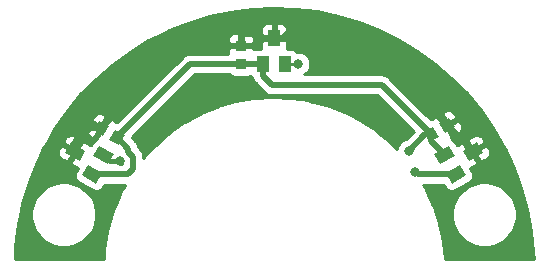
<source format=gbr>
G04 #@! TF.GenerationSoftware,KiCad,Pcbnew,5.1.5*
G04 #@! TF.CreationDate,2020-06-30T15:32:26-05:00*
G04 #@! TF.ProjectId,Encoder,456e636f-6465-4722-9e6b-696361645f70,rev?*
G04 #@! TF.SameCoordinates,Original*
G04 #@! TF.FileFunction,Copper,L1,Top*
G04 #@! TF.FilePolarity,Positive*
%FSLAX46Y46*%
G04 Gerber Fmt 4.6, Leading zero omitted, Abs format (unit mm)*
G04 Created by KiCad (PCBNEW 5.1.5) date 2020-06-30 15:32:26*
%MOMM*%
%LPD*%
G04 APERTURE LIST*
%ADD10C,0.100000*%
%ADD11R,0.970000X0.920000*%
%ADD12R,1.000000X1.400000*%
%ADD13C,0.800000*%
%ADD14C,0.500000*%
%ADD15C,0.400000*%
%ADD16C,0.250000*%
%ADD17C,0.254000*%
G04 APERTURE END LIST*
G04 #@! TA.AperFunction,SMDPad,CuDef*
D10*
G36*
X139161702Y-70542478D02*
G01*
X138676702Y-71382522D01*
X137879958Y-70922522D01*
X138364958Y-70082478D01*
X139161702Y-70542478D01*
G37*
G04 #@! TD.AperFunction*
G04 #@! TA.AperFunction,SMDPad,CuDef*
G36*
X140504042Y-71317478D02*
G01*
X140019042Y-72157522D01*
X139222298Y-71697522D01*
X139707298Y-70857478D01*
X140504042Y-71317478D01*
G37*
G04 #@! TD.AperFunction*
D11*
X150368000Y-65291000D03*
X150368000Y-63741000D03*
G04 #@! TA.AperFunction,SMDPad,CuDef*
D10*
G36*
X167647298Y-71128522D02*
G01*
X167162298Y-70288478D01*
X167959042Y-69828478D01*
X168444042Y-70668522D01*
X167647298Y-71128522D01*
G37*
G04 #@! TD.AperFunction*
G04 #@! TA.AperFunction,SMDPad,CuDef*
G36*
X166304958Y-71903522D02*
G01*
X165819958Y-71063478D01*
X166616702Y-70603478D01*
X167101702Y-71443522D01*
X166304958Y-71903522D01*
G37*
G04 #@! TD.AperFunction*
G04 #@! TA.AperFunction,SMDPad,CuDef*
G36*
X138129353Y-75414737D02*
G01*
X136916917Y-74714737D01*
X137416917Y-73848711D01*
X138629353Y-74548711D01*
X138129353Y-75414737D01*
G37*
G04 #@! TD.AperFunction*
G04 #@! TA.AperFunction,SMDPad,CuDef*
G36*
X139079353Y-73769289D02*
G01*
X137866917Y-73069289D01*
X138366917Y-72203263D01*
X139579353Y-72903263D01*
X139079353Y-73769289D01*
G37*
G04 #@! TD.AperFunction*
G04 #@! TA.AperFunction,SMDPad,CuDef*
G36*
X136697001Y-73490803D02*
G01*
X135484565Y-72790803D01*
X135984565Y-71924777D01*
X137197001Y-72624777D01*
X136697001Y-73490803D01*
G37*
G04 #@! TD.AperFunction*
D12*
X153162000Y-63119580D03*
X154112000Y-65322000D03*
X152212000Y-65322000D03*
G04 #@! TA.AperFunction,SMDPad,CuDef*
D10*
G36*
X166744647Y-72903263D02*
G01*
X167957083Y-72203263D01*
X168457083Y-73069289D01*
X167244647Y-73769289D01*
X166744647Y-72903263D01*
G37*
G04 #@! TD.AperFunction*
G04 #@! TA.AperFunction,SMDPad,CuDef*
G36*
X167694647Y-74548711D02*
G01*
X168907083Y-73848711D01*
X169407083Y-74714737D01*
X168194647Y-75414737D01*
X167694647Y-74548711D01*
G37*
G04 #@! TD.AperFunction*
G04 #@! TA.AperFunction,SMDPad,CuDef*
G36*
X169126999Y-72624777D02*
G01*
X170339435Y-71924777D01*
X170839435Y-72790803D01*
X169626999Y-73490803D01*
X169126999Y-72624777D01*
G37*
G04 #@! TD.AperFunction*
D13*
X164592000Y-72644000D03*
X162327335Y-65002665D03*
X148349000Y-63741000D03*
X140948665Y-68304665D03*
X169164000Y-71628000D03*
X150114000Y-67818000D03*
X140081000Y-73533000D03*
X155194000Y-65278000D03*
X165100000Y-74422000D03*
D14*
X166460830Y-71253500D02*
X165982500Y-71253500D01*
X165982500Y-71253500D02*
X164592000Y-72644000D01*
X150368000Y-63031000D02*
X150661000Y-62738000D01*
X150368000Y-63741000D02*
X150368000Y-63031000D01*
X150661000Y-62738000D02*
X151892000Y-62738000D01*
X152273580Y-63119580D02*
X153162000Y-63119580D01*
X151892000Y-62738000D02*
X152273580Y-63119580D01*
X137547500Y-70732500D02*
X138520830Y-70732500D01*
X136340783Y-72707790D02*
X136340783Y-71939217D01*
X136340783Y-71939217D02*
X137547500Y-70732500D01*
X169418000Y-71882000D02*
X169418000Y-72142573D01*
X168910000Y-71374000D02*
X169164000Y-71628000D01*
X167803170Y-70478500D02*
X168698670Y-71374000D01*
X169418000Y-72142573D02*
X169983217Y-72707790D01*
X168698670Y-71374000D02*
X168910000Y-71374000D01*
X145512330Y-63741000D02*
X148349000Y-63741000D01*
X138520830Y-70732500D02*
X140948665Y-68304665D01*
X154547580Y-62484000D02*
X155194000Y-62484000D01*
X153162000Y-63119580D02*
X153912000Y-63119580D01*
X153912000Y-63119580D02*
X154547580Y-62484000D01*
X159808670Y-62484000D02*
X162327335Y-65002665D01*
X155194000Y-62484000D02*
X159808670Y-62484000D01*
X162327335Y-65002665D02*
X167803170Y-70478500D01*
X148349000Y-63741000D02*
X150368000Y-63741000D01*
X140948665Y-68304665D02*
X145512330Y-63741000D01*
X169164000Y-71628000D02*
X169418000Y-71882000D01*
X152181000Y-65291000D02*
X152212000Y-65322000D01*
X150368000Y-65291000D02*
X152181000Y-65291000D01*
X140199913Y-71844243D02*
X139863170Y-71507500D01*
X137773135Y-74631724D02*
X138676554Y-74631724D01*
X166460830Y-71846241D02*
X167600865Y-72986276D01*
X166460830Y-71253500D02*
X166460830Y-71846241D01*
X146079670Y-65291000D02*
X150368000Y-65291000D01*
X139863170Y-71507500D02*
X146079670Y-65291000D01*
X162263330Y-67056000D02*
X166460830Y-71253500D01*
X152996000Y-67056000D02*
X154940000Y-67056000D01*
X152212000Y-65322000D02*
X152212000Y-66272000D01*
X152212000Y-66272000D02*
X152996000Y-67056000D01*
X154940000Y-67056000D02*
X162263330Y-67056000D01*
X140806001Y-72450331D02*
X140806001Y-72734001D01*
X139863170Y-71507500D02*
X140806001Y-72450331D01*
X140806001Y-72734001D02*
X141224000Y-73152000D01*
X141224000Y-73152000D02*
X141224000Y-74168000D01*
X140760276Y-74631724D02*
X137773135Y-74631724D01*
X141224000Y-74168000D02*
X140760276Y-74631724D01*
D15*
X139235570Y-73498711D02*
X140046711Y-73498711D01*
X138723135Y-72986276D02*
X139235570Y-73498711D01*
X140046711Y-73498711D02*
X140081000Y-73533000D01*
X140081000Y-73533000D02*
X140208000Y-73660000D01*
D16*
X154112000Y-65322000D02*
X155150000Y-65322000D01*
X155150000Y-65322000D02*
X155194000Y-65278000D01*
D14*
X168550865Y-74631724D02*
X165309724Y-74631724D01*
X165309724Y-74631724D02*
X165100000Y-74422000D01*
D16*
X165100000Y-74422000D02*
X165100000Y-74422000D01*
D17*
G36*
X154943748Y-60621914D02*
G01*
X156772377Y-60847910D01*
X158575700Y-61226130D01*
X160341058Y-61753926D01*
X162056056Y-62427592D01*
X163708660Y-63242396D01*
X165287290Y-64192634D01*
X166780869Y-65271633D01*
X168178916Y-66471823D01*
X169471645Y-67784802D01*
X170649957Y-69201332D01*
X171705616Y-70711508D01*
X172638434Y-72317168D01*
X172680140Y-72396944D01*
X173466258Y-74079306D01*
X174103860Y-75808038D01*
X174594570Y-77584064D01*
X174934940Y-79394901D01*
X175123033Y-81232199D01*
X175140561Y-81815000D01*
X167611401Y-81815000D01*
X167467493Y-80374421D01*
X167461589Y-80336303D01*
X167455850Y-80298374D01*
X167455325Y-80295862D01*
X167148859Y-78842162D01*
X167138898Y-78805001D01*
X167129071Y-78767817D01*
X167128278Y-78765377D01*
X166806107Y-77779963D01*
X168220266Y-77779963D01*
X168220266Y-78320037D01*
X168325629Y-78849734D01*
X168532307Y-79348698D01*
X168832356Y-79797753D01*
X169214247Y-80179644D01*
X169663302Y-80479693D01*
X170162266Y-80686371D01*
X170691963Y-80791734D01*
X171232037Y-80791734D01*
X171761734Y-80686371D01*
X172260698Y-80479693D01*
X172709753Y-80179644D01*
X173091644Y-79797753D01*
X173391693Y-79348698D01*
X173598371Y-78849734D01*
X173703734Y-78320037D01*
X173703734Y-77779963D01*
X173598371Y-77250266D01*
X173391693Y-76751302D01*
X173091644Y-76302247D01*
X172709753Y-75920356D01*
X172260698Y-75620307D01*
X171761734Y-75413629D01*
X171232037Y-75308266D01*
X170691963Y-75308266D01*
X170162266Y-75413629D01*
X169663302Y-75620307D01*
X169214247Y-75920356D01*
X168832356Y-76302247D01*
X168532307Y-76751302D01*
X168325629Y-77250266D01*
X168220266Y-77779963D01*
X166806107Y-77779963D01*
X166666606Y-77353278D01*
X166652631Y-77317258D01*
X166638904Y-77281505D01*
X166637852Y-77279164D01*
X166026374Y-75925185D01*
X166016047Y-75905267D01*
X166006684Y-75884909D01*
X166005483Y-75882641D01*
X165871475Y-75630609D01*
X165859899Y-75611420D01*
X165849232Y-75591686D01*
X165847887Y-75589501D01*
X165802947Y-75516724D01*
X167516747Y-75516724D01*
X167642060Y-75733773D01*
X167714919Y-75835447D01*
X167806213Y-75920953D01*
X167912435Y-75987006D01*
X168029502Y-76031067D01*
X168152915Y-76051443D01*
X168277932Y-76047350D01*
X168399748Y-76018947D01*
X168513683Y-75967324D01*
X169726119Y-75267324D01*
X169827793Y-75194465D01*
X169913299Y-75103171D01*
X169979352Y-74996949D01*
X170023413Y-74879882D01*
X170043789Y-74756469D01*
X170039696Y-74631452D01*
X170011293Y-74509636D01*
X169959670Y-74395701D01*
X169791529Y-74104473D01*
X169832101Y-74095013D01*
X169946035Y-74043389D01*
X170303250Y-73833604D01*
X170361357Y-73616747D01*
X169936732Y-72881275D01*
X169919411Y-72891275D01*
X169840314Y-72754275D01*
X170156702Y-72754275D01*
X170581327Y-73489747D01*
X170798184Y-73547854D01*
X171158471Y-73343389D01*
X171260145Y-73270531D01*
X171345652Y-73179236D01*
X171411704Y-73073014D01*
X171455765Y-72955948D01*
X171476140Y-72832535D01*
X171472048Y-72707518D01*
X171443645Y-72585701D01*
X171392021Y-72471767D01*
X171282236Y-72287757D01*
X171065379Y-72229650D01*
X170156702Y-72754275D01*
X169840314Y-72754275D01*
X169792411Y-72671305D01*
X169809732Y-72661305D01*
X169385107Y-71925833D01*
X169168250Y-71867726D01*
X168807963Y-72072191D01*
X168706289Y-72145049D01*
X168677811Y-72175455D01*
X168509670Y-71884227D01*
X168448478Y-71798833D01*
X169605077Y-71798833D01*
X170029702Y-72534305D01*
X170938379Y-72009680D01*
X170996486Y-71792823D01*
X170892021Y-71605741D01*
X170819163Y-71504067D01*
X170727868Y-71418560D01*
X170621646Y-71352508D01*
X170504580Y-71308447D01*
X170381167Y-71288072D01*
X170256150Y-71292164D01*
X170134333Y-71320567D01*
X170020399Y-71372191D01*
X169663184Y-71581976D01*
X169605077Y-71798833D01*
X168448478Y-71798833D01*
X168436811Y-71782553D01*
X168345517Y-71697047D01*
X168239295Y-71630994D01*
X168122228Y-71586933D01*
X168117106Y-71586087D01*
X168173810Y-71374467D01*
X167756685Y-70651985D01*
X167739364Y-70661985D01*
X167660267Y-70524985D01*
X167976655Y-70524985D01*
X168393780Y-71247467D01*
X168610637Y-71305573D01*
X168763078Y-71221109D01*
X168864752Y-71148250D01*
X168950259Y-71056956D01*
X169016311Y-70950734D01*
X169060372Y-70833667D01*
X169080747Y-70710255D01*
X169076655Y-70585237D01*
X169048252Y-70463421D01*
X168996628Y-70349486D01*
X168894343Y-70178467D01*
X168677486Y-70120360D01*
X167976655Y-70524985D01*
X167660267Y-70524985D01*
X167612364Y-70442015D01*
X167629685Y-70432015D01*
X167212560Y-69709533D01*
X166995703Y-69651427D01*
X166843262Y-69735891D01*
X166741588Y-69808750D01*
X166656081Y-69900044D01*
X166613676Y-69968237D01*
X166533417Y-69970865D01*
X166449370Y-69990462D01*
X166041441Y-69582533D01*
X167432530Y-69582533D01*
X167849655Y-70305015D01*
X168550486Y-69900390D01*
X168608593Y-69683533D01*
X168511628Y-69509442D01*
X168438770Y-69407767D01*
X168347475Y-69322261D01*
X168241253Y-69256208D01*
X168124187Y-69212148D01*
X168000774Y-69191772D01*
X167875757Y-69195864D01*
X167753940Y-69224268D01*
X167640006Y-69275891D01*
X167490637Y-69365677D01*
X167432530Y-69582533D01*
X166041441Y-69582533D01*
X162919864Y-66460956D01*
X162892147Y-66427183D01*
X162757389Y-66316589D01*
X162603643Y-66234411D01*
X162436820Y-66183805D01*
X162306807Y-66171000D01*
X162306799Y-66171000D01*
X162263330Y-66166719D01*
X162219861Y-66171000D01*
X155720481Y-66171000D01*
X155853774Y-66081937D01*
X155997937Y-65937774D01*
X156111205Y-65768256D01*
X156189226Y-65579898D01*
X156229000Y-65379939D01*
X156229000Y-65176061D01*
X156189226Y-64976102D01*
X156111205Y-64787744D01*
X155997937Y-64618226D01*
X155853774Y-64474063D01*
X155684256Y-64360795D01*
X155495898Y-64282774D01*
X155295939Y-64243000D01*
X155122426Y-64243000D01*
X155063185Y-64170815D01*
X154966494Y-64091463D01*
X154856180Y-64032498D01*
X154736482Y-63996188D01*
X154612000Y-63983928D01*
X154275719Y-63983928D01*
X154287812Y-63944062D01*
X154300072Y-63819580D01*
X154297000Y-63405330D01*
X154138250Y-63246580D01*
X153289000Y-63246580D01*
X153289000Y-63266580D01*
X153035000Y-63266580D01*
X153035000Y-63246580D01*
X152185750Y-63246580D01*
X152027000Y-63405330D01*
X152023928Y-63819580D01*
X152036188Y-63944062D01*
X152048281Y-63983928D01*
X151712000Y-63983928D01*
X151587518Y-63996188D01*
X151487713Y-64026463D01*
X151329250Y-63868000D01*
X150495000Y-63868000D01*
X150495000Y-63888000D01*
X150241000Y-63888000D01*
X150241000Y-63868000D01*
X149406750Y-63868000D01*
X149248000Y-64026750D01*
X149244928Y-64201000D01*
X149257188Y-64325482D01*
X149281613Y-64406000D01*
X146123139Y-64406000D01*
X146079670Y-64401719D01*
X146036201Y-64406000D01*
X146036193Y-64406000D01*
X145906180Y-64418805D01*
X145739356Y-64469411D01*
X145585611Y-64551589D01*
X145484623Y-64634468D01*
X145484621Y-64634470D01*
X145450853Y-64662183D01*
X145423140Y-64695951D01*
X139874630Y-70244462D01*
X139790583Y-70224865D01*
X139710324Y-70222237D01*
X139667919Y-70154044D01*
X139582412Y-70062750D01*
X139480738Y-69989891D01*
X139328297Y-69905427D01*
X139111440Y-69963533D01*
X138694315Y-70686015D01*
X138711636Y-70696015D01*
X138584636Y-70915985D01*
X138567315Y-70905985D01*
X138166506Y-71600206D01*
X138084705Y-71630994D01*
X137978483Y-71697047D01*
X137887189Y-71782553D01*
X137814330Y-71884227D01*
X137646189Y-72175455D01*
X137617711Y-72145049D01*
X137516037Y-72072191D01*
X137155750Y-71867726D01*
X136938893Y-71925833D01*
X136514268Y-72661305D01*
X136531589Y-72671305D01*
X136404589Y-72891275D01*
X136387268Y-72881275D01*
X135962643Y-73616747D01*
X136020750Y-73833604D01*
X136377965Y-74043389D01*
X136491899Y-74095013D01*
X136532471Y-74104473D01*
X136364330Y-74395701D01*
X136312707Y-74509636D01*
X136284304Y-74631452D01*
X136280211Y-74756469D01*
X136300587Y-74879882D01*
X136344648Y-74996949D01*
X136410701Y-75103171D01*
X136496207Y-75194465D01*
X136597881Y-75267324D01*
X137810317Y-75967324D01*
X137924252Y-76018947D01*
X138046068Y-76047350D01*
X138171085Y-76051443D01*
X138294498Y-76031067D01*
X138411565Y-75987006D01*
X138517787Y-75920953D01*
X138609081Y-75835447D01*
X138681940Y-75733773D01*
X138807253Y-75516724D01*
X140533284Y-75516724D01*
X140334216Y-75854611D01*
X140321818Y-75878524D01*
X140308578Y-75902018D01*
X140307446Y-75904321D01*
X140032732Y-76465024D01*
X140022201Y-76489830D01*
X140010809Y-76514259D01*
X140009857Y-76516642D01*
X139460541Y-77897011D01*
X139448259Y-77933506D01*
X139435874Y-77969884D01*
X139435184Y-77972355D01*
X139038162Y-79403976D01*
X139029920Y-79441462D01*
X139021510Y-79479085D01*
X139021091Y-79481617D01*
X138781003Y-80947742D01*
X138776853Y-80985940D01*
X138772560Y-81024211D01*
X138772419Y-81026754D01*
X138772417Y-81026773D01*
X138772417Y-81026791D01*
X138729729Y-81815000D01*
X131192451Y-81815000D01*
X131238803Y-80709059D01*
X131469737Y-78881027D01*
X131703776Y-77779963D01*
X132620266Y-77779963D01*
X132620266Y-78320037D01*
X132725629Y-78849734D01*
X132932307Y-79348698D01*
X133232356Y-79797753D01*
X133614247Y-80179644D01*
X134063302Y-80479693D01*
X134562266Y-80686371D01*
X135091963Y-80791734D01*
X135632037Y-80791734D01*
X136161734Y-80686371D01*
X136660698Y-80479693D01*
X137109753Y-80179644D01*
X137491644Y-79797753D01*
X137791693Y-79348698D01*
X137998371Y-78849734D01*
X138103734Y-78320037D01*
X138103734Y-77779963D01*
X137998371Y-77250266D01*
X137791693Y-76751302D01*
X137491644Y-76302247D01*
X137109753Y-75920356D01*
X136660698Y-75620307D01*
X136161734Y-75413629D01*
X135632037Y-75308266D01*
X135091963Y-75308266D01*
X134562266Y-75413629D01*
X134063302Y-75620307D01*
X133614247Y-75920356D01*
X133232356Y-76302247D01*
X132932307Y-76751302D01*
X132725629Y-77250266D01*
X132620266Y-77779963D01*
X131703776Y-77779963D01*
X131852828Y-77078731D01*
X132385386Y-75314815D01*
X133065278Y-73597604D01*
X133433853Y-72832535D01*
X134847860Y-72832535D01*
X134868235Y-72955948D01*
X134912296Y-73073014D01*
X134978348Y-73179236D01*
X135063855Y-73270531D01*
X135165529Y-73343389D01*
X135525816Y-73547854D01*
X135742673Y-73489747D01*
X136167298Y-72754275D01*
X135258621Y-72229650D01*
X135041764Y-72287757D01*
X134931979Y-72471767D01*
X134880355Y-72585701D01*
X134851952Y-72707518D01*
X134847860Y-72832535D01*
X133433853Y-72832535D01*
X133635586Y-72413790D01*
X133991869Y-71792823D01*
X135327514Y-71792823D01*
X135385621Y-72009680D01*
X136294298Y-72534305D01*
X136718923Y-71798833D01*
X136660816Y-71581976D01*
X136303601Y-71372191D01*
X136189667Y-71320567D01*
X136067850Y-71292164D01*
X135942833Y-71288072D01*
X135819420Y-71308447D01*
X135702354Y-71352508D01*
X135596132Y-71418560D01*
X135504837Y-71504067D01*
X135431979Y-71605741D01*
X135327514Y-71792823D01*
X133991869Y-71792823D01*
X134467265Y-70964255D01*
X137243253Y-70964255D01*
X137263628Y-71087667D01*
X137307689Y-71204734D01*
X137373741Y-71310956D01*
X137459248Y-71402250D01*
X137560922Y-71475109D01*
X137713363Y-71559573D01*
X137930220Y-71501467D01*
X138347345Y-70778985D01*
X137646514Y-70374360D01*
X137429657Y-70432467D01*
X137327372Y-70603486D01*
X137275748Y-70717421D01*
X137247345Y-70839237D01*
X137243253Y-70964255D01*
X134467265Y-70964255D01*
X134554729Y-70811814D01*
X135158874Y-69937533D01*
X137715407Y-69937533D01*
X137773514Y-70154390D01*
X138474345Y-70559015D01*
X138891470Y-69836533D01*
X138833363Y-69619677D01*
X138683994Y-69529891D01*
X138570060Y-69478268D01*
X138448243Y-69449864D01*
X138323226Y-69445772D01*
X138199813Y-69466148D01*
X138082747Y-69510208D01*
X137976525Y-69576261D01*
X137885230Y-69661767D01*
X137812372Y-69763442D01*
X137715407Y-69937533D01*
X135158874Y-69937533D01*
X135602206Y-69295973D01*
X136772861Y-67873090D01*
X138058476Y-66553152D01*
X139450022Y-65345430D01*
X140937759Y-64258376D01*
X142511242Y-63299625D01*
X142548508Y-63281000D01*
X149244928Y-63281000D01*
X149248000Y-63455250D01*
X149406750Y-63614000D01*
X150241000Y-63614000D01*
X150241000Y-62804750D01*
X150495000Y-62804750D01*
X150495000Y-63614000D01*
X151329250Y-63614000D01*
X151488000Y-63455250D01*
X151491072Y-63281000D01*
X151478812Y-63156518D01*
X151442502Y-63036820D01*
X151383537Y-62926506D01*
X151304185Y-62829815D01*
X151207494Y-62750463D01*
X151097180Y-62691498D01*
X150977482Y-62655188D01*
X150853000Y-62642928D01*
X150653750Y-62646000D01*
X150495000Y-62804750D01*
X150241000Y-62804750D01*
X150082250Y-62646000D01*
X149883000Y-62642928D01*
X149758518Y-62655188D01*
X149638820Y-62691498D01*
X149528506Y-62750463D01*
X149431815Y-62829815D01*
X149352463Y-62926506D01*
X149293498Y-63036820D01*
X149257188Y-63156518D01*
X149244928Y-63281000D01*
X142548508Y-63281000D01*
X144159410Y-62475913D01*
X144300576Y-62419580D01*
X152023928Y-62419580D01*
X152027000Y-62833830D01*
X152185750Y-62992580D01*
X153035000Y-62992580D01*
X153035000Y-61943330D01*
X153289000Y-61943330D01*
X153289000Y-62992580D01*
X154138250Y-62992580D01*
X154297000Y-62833830D01*
X154300072Y-62419580D01*
X154287812Y-62295098D01*
X154251502Y-62175400D01*
X154192537Y-62065086D01*
X154113185Y-61968395D01*
X154016494Y-61889043D01*
X153906180Y-61830078D01*
X153786482Y-61793768D01*
X153662000Y-61781508D01*
X153447750Y-61784580D01*
X153289000Y-61943330D01*
X153035000Y-61943330D01*
X152876250Y-61784580D01*
X152662000Y-61781508D01*
X152537518Y-61793768D01*
X152417820Y-61830078D01*
X152307506Y-61889043D01*
X152210815Y-61968395D01*
X152131463Y-62065086D01*
X152072498Y-62175400D01*
X152036188Y-62295098D01*
X152023928Y-62419580D01*
X144300576Y-62419580D01*
X145870739Y-61792999D01*
X147633227Y-61255675D01*
X149434464Y-60867725D01*
X151261876Y-60631855D01*
X153102587Y-60549727D01*
X154943748Y-60621914D01*
G37*
X154943748Y-60621914D02*
X156772377Y-60847910D01*
X158575700Y-61226130D01*
X160341058Y-61753926D01*
X162056056Y-62427592D01*
X163708660Y-63242396D01*
X165287290Y-64192634D01*
X166780869Y-65271633D01*
X168178916Y-66471823D01*
X169471645Y-67784802D01*
X170649957Y-69201332D01*
X171705616Y-70711508D01*
X172638434Y-72317168D01*
X172680140Y-72396944D01*
X173466258Y-74079306D01*
X174103860Y-75808038D01*
X174594570Y-77584064D01*
X174934940Y-79394901D01*
X175123033Y-81232199D01*
X175140561Y-81815000D01*
X167611401Y-81815000D01*
X167467493Y-80374421D01*
X167461589Y-80336303D01*
X167455850Y-80298374D01*
X167455325Y-80295862D01*
X167148859Y-78842162D01*
X167138898Y-78805001D01*
X167129071Y-78767817D01*
X167128278Y-78765377D01*
X166806107Y-77779963D01*
X168220266Y-77779963D01*
X168220266Y-78320037D01*
X168325629Y-78849734D01*
X168532307Y-79348698D01*
X168832356Y-79797753D01*
X169214247Y-80179644D01*
X169663302Y-80479693D01*
X170162266Y-80686371D01*
X170691963Y-80791734D01*
X171232037Y-80791734D01*
X171761734Y-80686371D01*
X172260698Y-80479693D01*
X172709753Y-80179644D01*
X173091644Y-79797753D01*
X173391693Y-79348698D01*
X173598371Y-78849734D01*
X173703734Y-78320037D01*
X173703734Y-77779963D01*
X173598371Y-77250266D01*
X173391693Y-76751302D01*
X173091644Y-76302247D01*
X172709753Y-75920356D01*
X172260698Y-75620307D01*
X171761734Y-75413629D01*
X171232037Y-75308266D01*
X170691963Y-75308266D01*
X170162266Y-75413629D01*
X169663302Y-75620307D01*
X169214247Y-75920356D01*
X168832356Y-76302247D01*
X168532307Y-76751302D01*
X168325629Y-77250266D01*
X168220266Y-77779963D01*
X166806107Y-77779963D01*
X166666606Y-77353278D01*
X166652631Y-77317258D01*
X166638904Y-77281505D01*
X166637852Y-77279164D01*
X166026374Y-75925185D01*
X166016047Y-75905267D01*
X166006684Y-75884909D01*
X166005483Y-75882641D01*
X165871475Y-75630609D01*
X165859899Y-75611420D01*
X165849232Y-75591686D01*
X165847887Y-75589501D01*
X165802947Y-75516724D01*
X167516747Y-75516724D01*
X167642060Y-75733773D01*
X167714919Y-75835447D01*
X167806213Y-75920953D01*
X167912435Y-75987006D01*
X168029502Y-76031067D01*
X168152915Y-76051443D01*
X168277932Y-76047350D01*
X168399748Y-76018947D01*
X168513683Y-75967324D01*
X169726119Y-75267324D01*
X169827793Y-75194465D01*
X169913299Y-75103171D01*
X169979352Y-74996949D01*
X170023413Y-74879882D01*
X170043789Y-74756469D01*
X170039696Y-74631452D01*
X170011293Y-74509636D01*
X169959670Y-74395701D01*
X169791529Y-74104473D01*
X169832101Y-74095013D01*
X169946035Y-74043389D01*
X170303250Y-73833604D01*
X170361357Y-73616747D01*
X169936732Y-72881275D01*
X169919411Y-72891275D01*
X169840314Y-72754275D01*
X170156702Y-72754275D01*
X170581327Y-73489747D01*
X170798184Y-73547854D01*
X171158471Y-73343389D01*
X171260145Y-73270531D01*
X171345652Y-73179236D01*
X171411704Y-73073014D01*
X171455765Y-72955948D01*
X171476140Y-72832535D01*
X171472048Y-72707518D01*
X171443645Y-72585701D01*
X171392021Y-72471767D01*
X171282236Y-72287757D01*
X171065379Y-72229650D01*
X170156702Y-72754275D01*
X169840314Y-72754275D01*
X169792411Y-72671305D01*
X169809732Y-72661305D01*
X169385107Y-71925833D01*
X169168250Y-71867726D01*
X168807963Y-72072191D01*
X168706289Y-72145049D01*
X168677811Y-72175455D01*
X168509670Y-71884227D01*
X168448478Y-71798833D01*
X169605077Y-71798833D01*
X170029702Y-72534305D01*
X170938379Y-72009680D01*
X170996486Y-71792823D01*
X170892021Y-71605741D01*
X170819163Y-71504067D01*
X170727868Y-71418560D01*
X170621646Y-71352508D01*
X170504580Y-71308447D01*
X170381167Y-71288072D01*
X170256150Y-71292164D01*
X170134333Y-71320567D01*
X170020399Y-71372191D01*
X169663184Y-71581976D01*
X169605077Y-71798833D01*
X168448478Y-71798833D01*
X168436811Y-71782553D01*
X168345517Y-71697047D01*
X168239295Y-71630994D01*
X168122228Y-71586933D01*
X168117106Y-71586087D01*
X168173810Y-71374467D01*
X167756685Y-70651985D01*
X167739364Y-70661985D01*
X167660267Y-70524985D01*
X167976655Y-70524985D01*
X168393780Y-71247467D01*
X168610637Y-71305573D01*
X168763078Y-71221109D01*
X168864752Y-71148250D01*
X168950259Y-71056956D01*
X169016311Y-70950734D01*
X169060372Y-70833667D01*
X169080747Y-70710255D01*
X169076655Y-70585237D01*
X169048252Y-70463421D01*
X168996628Y-70349486D01*
X168894343Y-70178467D01*
X168677486Y-70120360D01*
X167976655Y-70524985D01*
X167660267Y-70524985D01*
X167612364Y-70442015D01*
X167629685Y-70432015D01*
X167212560Y-69709533D01*
X166995703Y-69651427D01*
X166843262Y-69735891D01*
X166741588Y-69808750D01*
X166656081Y-69900044D01*
X166613676Y-69968237D01*
X166533417Y-69970865D01*
X166449370Y-69990462D01*
X166041441Y-69582533D01*
X167432530Y-69582533D01*
X167849655Y-70305015D01*
X168550486Y-69900390D01*
X168608593Y-69683533D01*
X168511628Y-69509442D01*
X168438770Y-69407767D01*
X168347475Y-69322261D01*
X168241253Y-69256208D01*
X168124187Y-69212148D01*
X168000774Y-69191772D01*
X167875757Y-69195864D01*
X167753940Y-69224268D01*
X167640006Y-69275891D01*
X167490637Y-69365677D01*
X167432530Y-69582533D01*
X166041441Y-69582533D01*
X162919864Y-66460956D01*
X162892147Y-66427183D01*
X162757389Y-66316589D01*
X162603643Y-66234411D01*
X162436820Y-66183805D01*
X162306807Y-66171000D01*
X162306799Y-66171000D01*
X162263330Y-66166719D01*
X162219861Y-66171000D01*
X155720481Y-66171000D01*
X155853774Y-66081937D01*
X155997937Y-65937774D01*
X156111205Y-65768256D01*
X156189226Y-65579898D01*
X156229000Y-65379939D01*
X156229000Y-65176061D01*
X156189226Y-64976102D01*
X156111205Y-64787744D01*
X155997937Y-64618226D01*
X155853774Y-64474063D01*
X155684256Y-64360795D01*
X155495898Y-64282774D01*
X155295939Y-64243000D01*
X155122426Y-64243000D01*
X155063185Y-64170815D01*
X154966494Y-64091463D01*
X154856180Y-64032498D01*
X154736482Y-63996188D01*
X154612000Y-63983928D01*
X154275719Y-63983928D01*
X154287812Y-63944062D01*
X154300072Y-63819580D01*
X154297000Y-63405330D01*
X154138250Y-63246580D01*
X153289000Y-63246580D01*
X153289000Y-63266580D01*
X153035000Y-63266580D01*
X153035000Y-63246580D01*
X152185750Y-63246580D01*
X152027000Y-63405330D01*
X152023928Y-63819580D01*
X152036188Y-63944062D01*
X152048281Y-63983928D01*
X151712000Y-63983928D01*
X151587518Y-63996188D01*
X151487713Y-64026463D01*
X151329250Y-63868000D01*
X150495000Y-63868000D01*
X150495000Y-63888000D01*
X150241000Y-63888000D01*
X150241000Y-63868000D01*
X149406750Y-63868000D01*
X149248000Y-64026750D01*
X149244928Y-64201000D01*
X149257188Y-64325482D01*
X149281613Y-64406000D01*
X146123139Y-64406000D01*
X146079670Y-64401719D01*
X146036201Y-64406000D01*
X146036193Y-64406000D01*
X145906180Y-64418805D01*
X145739356Y-64469411D01*
X145585611Y-64551589D01*
X145484623Y-64634468D01*
X145484621Y-64634470D01*
X145450853Y-64662183D01*
X145423140Y-64695951D01*
X139874630Y-70244462D01*
X139790583Y-70224865D01*
X139710324Y-70222237D01*
X139667919Y-70154044D01*
X139582412Y-70062750D01*
X139480738Y-69989891D01*
X139328297Y-69905427D01*
X139111440Y-69963533D01*
X138694315Y-70686015D01*
X138711636Y-70696015D01*
X138584636Y-70915985D01*
X138567315Y-70905985D01*
X138166506Y-71600206D01*
X138084705Y-71630994D01*
X137978483Y-71697047D01*
X137887189Y-71782553D01*
X137814330Y-71884227D01*
X137646189Y-72175455D01*
X137617711Y-72145049D01*
X137516037Y-72072191D01*
X137155750Y-71867726D01*
X136938893Y-71925833D01*
X136514268Y-72661305D01*
X136531589Y-72671305D01*
X136404589Y-72891275D01*
X136387268Y-72881275D01*
X135962643Y-73616747D01*
X136020750Y-73833604D01*
X136377965Y-74043389D01*
X136491899Y-74095013D01*
X136532471Y-74104473D01*
X136364330Y-74395701D01*
X136312707Y-74509636D01*
X136284304Y-74631452D01*
X136280211Y-74756469D01*
X136300587Y-74879882D01*
X136344648Y-74996949D01*
X136410701Y-75103171D01*
X136496207Y-75194465D01*
X136597881Y-75267324D01*
X137810317Y-75967324D01*
X137924252Y-76018947D01*
X138046068Y-76047350D01*
X138171085Y-76051443D01*
X138294498Y-76031067D01*
X138411565Y-75987006D01*
X138517787Y-75920953D01*
X138609081Y-75835447D01*
X138681940Y-75733773D01*
X138807253Y-75516724D01*
X140533284Y-75516724D01*
X140334216Y-75854611D01*
X140321818Y-75878524D01*
X140308578Y-75902018D01*
X140307446Y-75904321D01*
X140032732Y-76465024D01*
X140022201Y-76489830D01*
X140010809Y-76514259D01*
X140009857Y-76516642D01*
X139460541Y-77897011D01*
X139448259Y-77933506D01*
X139435874Y-77969884D01*
X139435184Y-77972355D01*
X139038162Y-79403976D01*
X139029920Y-79441462D01*
X139021510Y-79479085D01*
X139021091Y-79481617D01*
X138781003Y-80947742D01*
X138776853Y-80985940D01*
X138772560Y-81024211D01*
X138772419Y-81026754D01*
X138772417Y-81026773D01*
X138772417Y-81026791D01*
X138729729Y-81815000D01*
X131192451Y-81815000D01*
X131238803Y-80709059D01*
X131469737Y-78881027D01*
X131703776Y-77779963D01*
X132620266Y-77779963D01*
X132620266Y-78320037D01*
X132725629Y-78849734D01*
X132932307Y-79348698D01*
X133232356Y-79797753D01*
X133614247Y-80179644D01*
X134063302Y-80479693D01*
X134562266Y-80686371D01*
X135091963Y-80791734D01*
X135632037Y-80791734D01*
X136161734Y-80686371D01*
X136660698Y-80479693D01*
X137109753Y-80179644D01*
X137491644Y-79797753D01*
X137791693Y-79348698D01*
X137998371Y-78849734D01*
X138103734Y-78320037D01*
X138103734Y-77779963D01*
X137998371Y-77250266D01*
X137791693Y-76751302D01*
X137491644Y-76302247D01*
X137109753Y-75920356D01*
X136660698Y-75620307D01*
X136161734Y-75413629D01*
X135632037Y-75308266D01*
X135091963Y-75308266D01*
X134562266Y-75413629D01*
X134063302Y-75620307D01*
X133614247Y-75920356D01*
X133232356Y-76302247D01*
X132932307Y-76751302D01*
X132725629Y-77250266D01*
X132620266Y-77779963D01*
X131703776Y-77779963D01*
X131852828Y-77078731D01*
X132385386Y-75314815D01*
X133065278Y-73597604D01*
X133433853Y-72832535D01*
X134847860Y-72832535D01*
X134868235Y-72955948D01*
X134912296Y-73073014D01*
X134978348Y-73179236D01*
X135063855Y-73270531D01*
X135165529Y-73343389D01*
X135525816Y-73547854D01*
X135742673Y-73489747D01*
X136167298Y-72754275D01*
X135258621Y-72229650D01*
X135041764Y-72287757D01*
X134931979Y-72471767D01*
X134880355Y-72585701D01*
X134851952Y-72707518D01*
X134847860Y-72832535D01*
X133433853Y-72832535D01*
X133635586Y-72413790D01*
X133991869Y-71792823D01*
X135327514Y-71792823D01*
X135385621Y-72009680D01*
X136294298Y-72534305D01*
X136718923Y-71798833D01*
X136660816Y-71581976D01*
X136303601Y-71372191D01*
X136189667Y-71320567D01*
X136067850Y-71292164D01*
X135942833Y-71288072D01*
X135819420Y-71308447D01*
X135702354Y-71352508D01*
X135596132Y-71418560D01*
X135504837Y-71504067D01*
X135431979Y-71605741D01*
X135327514Y-71792823D01*
X133991869Y-71792823D01*
X134467265Y-70964255D01*
X137243253Y-70964255D01*
X137263628Y-71087667D01*
X137307689Y-71204734D01*
X137373741Y-71310956D01*
X137459248Y-71402250D01*
X137560922Y-71475109D01*
X137713363Y-71559573D01*
X137930220Y-71501467D01*
X138347345Y-70778985D01*
X137646514Y-70374360D01*
X137429657Y-70432467D01*
X137327372Y-70603486D01*
X137275748Y-70717421D01*
X137247345Y-70839237D01*
X137243253Y-70964255D01*
X134467265Y-70964255D01*
X134554729Y-70811814D01*
X135158874Y-69937533D01*
X137715407Y-69937533D01*
X137773514Y-70154390D01*
X138474345Y-70559015D01*
X138891470Y-69836533D01*
X138833363Y-69619677D01*
X138683994Y-69529891D01*
X138570060Y-69478268D01*
X138448243Y-69449864D01*
X138323226Y-69445772D01*
X138199813Y-69466148D01*
X138082747Y-69510208D01*
X137976525Y-69576261D01*
X137885230Y-69661767D01*
X137812372Y-69763442D01*
X137715407Y-69937533D01*
X135158874Y-69937533D01*
X135602206Y-69295973D01*
X136772861Y-67873090D01*
X138058476Y-66553152D01*
X139450022Y-65345430D01*
X140937759Y-64258376D01*
X142511242Y-63299625D01*
X142548508Y-63281000D01*
X149244928Y-63281000D01*
X149248000Y-63455250D01*
X149406750Y-63614000D01*
X150241000Y-63614000D01*
X150241000Y-62804750D01*
X150495000Y-62804750D01*
X150495000Y-63614000D01*
X151329250Y-63614000D01*
X151488000Y-63455250D01*
X151491072Y-63281000D01*
X151478812Y-63156518D01*
X151442502Y-63036820D01*
X151383537Y-62926506D01*
X151304185Y-62829815D01*
X151207494Y-62750463D01*
X151097180Y-62691498D01*
X150977482Y-62655188D01*
X150853000Y-62642928D01*
X150653750Y-62646000D01*
X150495000Y-62804750D01*
X150241000Y-62804750D01*
X150082250Y-62646000D01*
X149883000Y-62642928D01*
X149758518Y-62655188D01*
X149638820Y-62691498D01*
X149528506Y-62750463D01*
X149431815Y-62829815D01*
X149352463Y-62926506D01*
X149293498Y-63036820D01*
X149257188Y-63156518D01*
X149244928Y-63281000D01*
X142548508Y-63281000D01*
X144159410Y-62475913D01*
X144300576Y-62419580D01*
X152023928Y-62419580D01*
X152027000Y-62833830D01*
X152185750Y-62992580D01*
X153035000Y-62992580D01*
X153035000Y-61943330D01*
X153289000Y-61943330D01*
X153289000Y-62992580D01*
X154138250Y-62992580D01*
X154297000Y-62833830D01*
X154300072Y-62419580D01*
X154287812Y-62295098D01*
X154251502Y-62175400D01*
X154192537Y-62065086D01*
X154113185Y-61968395D01*
X154016494Y-61889043D01*
X153906180Y-61830078D01*
X153786482Y-61793768D01*
X153662000Y-61781508D01*
X153447750Y-61784580D01*
X153289000Y-61943330D01*
X153035000Y-61943330D01*
X152876250Y-61784580D01*
X152662000Y-61781508D01*
X152537518Y-61793768D01*
X152417820Y-61830078D01*
X152307506Y-61889043D01*
X152210815Y-61968395D01*
X152131463Y-62065086D01*
X152072498Y-62175400D01*
X152036188Y-62295098D01*
X152023928Y-62419580D01*
X144300576Y-62419580D01*
X145870739Y-61792999D01*
X147633227Y-61255675D01*
X149434464Y-60867725D01*
X151261876Y-60631855D01*
X153102587Y-60549727D01*
X154943748Y-60621914D01*
G36*
X149431815Y-66202185D02*
G01*
X149528506Y-66281537D01*
X149638820Y-66340502D01*
X149758518Y-66376812D01*
X149883000Y-66389072D01*
X150853000Y-66389072D01*
X150977482Y-66376812D01*
X151097180Y-66340502D01*
X151147770Y-66313460D01*
X151181463Y-66376494D01*
X151260815Y-66473185D01*
X151357506Y-66552537D01*
X151375137Y-66561961D01*
X151390412Y-66612313D01*
X151472590Y-66766059D01*
X151555468Y-66867046D01*
X151555471Y-66867049D01*
X151583184Y-66900817D01*
X151616951Y-66928529D01*
X152339470Y-67651049D01*
X152367183Y-67684817D01*
X152400951Y-67712530D01*
X152400953Y-67712532D01*
X152472452Y-67771210D01*
X152501941Y-67795411D01*
X152655687Y-67877589D01*
X152822510Y-67928195D01*
X152952523Y-67941000D01*
X152952533Y-67941000D01*
X152995999Y-67945281D01*
X153039465Y-67941000D01*
X161896752Y-67941000D01*
X164970086Y-71014335D01*
X164346957Y-71637465D01*
X164290102Y-71648774D01*
X164101744Y-71726795D01*
X163932226Y-71840063D01*
X163788063Y-71984226D01*
X163674795Y-72153744D01*
X163596774Y-72342102D01*
X163562056Y-72516641D01*
X163023491Y-71960794D01*
X162995195Y-71934587D01*
X162967138Y-71908419D01*
X162965167Y-71906777D01*
X161822184Y-70957696D01*
X161791310Y-70934763D01*
X161760503Y-70911712D01*
X161758375Y-70910299D01*
X161758367Y-70910293D01*
X161758358Y-70910288D01*
X160519567Y-70090206D01*
X160486322Y-70070697D01*
X160453283Y-70051154D01*
X160451011Y-70049976D01*
X160451004Y-70049972D01*
X160450997Y-70049969D01*
X159130884Y-69368471D01*
X159095925Y-69352757D01*
X159060769Y-69336805D01*
X159058376Y-69335878D01*
X157672374Y-68800935D01*
X157635905Y-68789082D01*
X157599250Y-68777027D01*
X157596772Y-68776363D01*
X156161102Y-68394236D01*
X156123489Y-68386375D01*
X156085823Y-68378365D01*
X156083288Y-68377973D01*
X154614748Y-68153132D01*
X154576508Y-68149379D01*
X154538195Y-68145484D01*
X154535632Y-68145368D01*
X153051398Y-68080444D01*
X153012893Y-68080844D01*
X152974467Y-68081109D01*
X152971907Y-68081270D01*
X152971905Y-68081270D01*
X151489342Y-68177022D01*
X151451065Y-68181583D01*
X151412934Y-68185991D01*
X151410405Y-68186428D01*
X149946853Y-68441736D01*
X149909399Y-68450380D01*
X149871860Y-68458905D01*
X149869393Y-68459613D01*
X148441975Y-68871490D01*
X148405619Y-68884147D01*
X148369274Y-68896658D01*
X148366899Y-68897627D01*
X146992313Y-69461255D01*
X146957565Y-69477751D01*
X146922756Y-69494127D01*
X146920506Y-69495344D01*
X146920498Y-69495348D01*
X146920490Y-69495353D01*
X145614823Y-70204134D01*
X145582077Y-70224276D01*
X145549223Y-70244326D01*
X145547111Y-70245783D01*
X144325621Y-71091436D01*
X144295110Y-71115099D01*
X144264746Y-71138478D01*
X144262813Y-71140147D01*
X144262803Y-71140155D01*
X144262794Y-71140163D01*
X143139788Y-72112780D01*
X143112092Y-72139522D01*
X143084348Y-72166122D01*
X143082598Y-72167999D01*
X142109000Y-73215545D01*
X142109000Y-73195469D01*
X142113281Y-73152000D01*
X142109000Y-73108531D01*
X142109000Y-73108523D01*
X142096195Y-72978510D01*
X142045589Y-72811687D01*
X141963411Y-72657941D01*
X141852817Y-72523183D01*
X141819045Y-72495467D01*
X141686693Y-72363115D01*
X141678196Y-72276841D01*
X141627590Y-72110018D01*
X141545412Y-71956272D01*
X141509418Y-71912413D01*
X141462533Y-71855284D01*
X141462531Y-71855282D01*
X141434818Y-71821514D01*
X141401051Y-71793802D01*
X141114748Y-71507500D01*
X146446249Y-66176000D01*
X149410326Y-66176000D01*
X149431815Y-66202185D01*
G37*
X149431815Y-66202185D02*
X149528506Y-66281537D01*
X149638820Y-66340502D01*
X149758518Y-66376812D01*
X149883000Y-66389072D01*
X150853000Y-66389072D01*
X150977482Y-66376812D01*
X151097180Y-66340502D01*
X151147770Y-66313460D01*
X151181463Y-66376494D01*
X151260815Y-66473185D01*
X151357506Y-66552537D01*
X151375137Y-66561961D01*
X151390412Y-66612313D01*
X151472590Y-66766059D01*
X151555468Y-66867046D01*
X151555471Y-66867049D01*
X151583184Y-66900817D01*
X151616951Y-66928529D01*
X152339470Y-67651049D01*
X152367183Y-67684817D01*
X152400951Y-67712530D01*
X152400953Y-67712532D01*
X152472452Y-67771210D01*
X152501941Y-67795411D01*
X152655687Y-67877589D01*
X152822510Y-67928195D01*
X152952523Y-67941000D01*
X152952533Y-67941000D01*
X152995999Y-67945281D01*
X153039465Y-67941000D01*
X161896752Y-67941000D01*
X164970086Y-71014335D01*
X164346957Y-71637465D01*
X164290102Y-71648774D01*
X164101744Y-71726795D01*
X163932226Y-71840063D01*
X163788063Y-71984226D01*
X163674795Y-72153744D01*
X163596774Y-72342102D01*
X163562056Y-72516641D01*
X163023491Y-71960794D01*
X162995195Y-71934587D01*
X162967138Y-71908419D01*
X162965167Y-71906777D01*
X161822184Y-70957696D01*
X161791310Y-70934763D01*
X161760503Y-70911712D01*
X161758375Y-70910299D01*
X161758367Y-70910293D01*
X161758358Y-70910288D01*
X160519567Y-70090206D01*
X160486322Y-70070697D01*
X160453283Y-70051154D01*
X160451011Y-70049976D01*
X160451004Y-70049972D01*
X160450997Y-70049969D01*
X159130884Y-69368471D01*
X159095925Y-69352757D01*
X159060769Y-69336805D01*
X159058376Y-69335878D01*
X157672374Y-68800935D01*
X157635905Y-68789082D01*
X157599250Y-68777027D01*
X157596772Y-68776363D01*
X156161102Y-68394236D01*
X156123489Y-68386375D01*
X156085823Y-68378365D01*
X156083288Y-68377973D01*
X154614748Y-68153132D01*
X154576508Y-68149379D01*
X154538195Y-68145484D01*
X154535632Y-68145368D01*
X153051398Y-68080444D01*
X153012893Y-68080844D01*
X152974467Y-68081109D01*
X152971907Y-68081270D01*
X152971905Y-68081270D01*
X151489342Y-68177022D01*
X151451065Y-68181583D01*
X151412934Y-68185991D01*
X151410405Y-68186428D01*
X149946853Y-68441736D01*
X149909399Y-68450380D01*
X149871860Y-68458905D01*
X149869393Y-68459613D01*
X148441975Y-68871490D01*
X148405619Y-68884147D01*
X148369274Y-68896658D01*
X148366899Y-68897627D01*
X146992313Y-69461255D01*
X146957565Y-69477751D01*
X146922756Y-69494127D01*
X146920506Y-69495344D01*
X146920498Y-69495348D01*
X146920490Y-69495353D01*
X145614823Y-70204134D01*
X145582077Y-70224276D01*
X145549223Y-70244326D01*
X145547111Y-70245783D01*
X144325621Y-71091436D01*
X144295110Y-71115099D01*
X144264746Y-71138478D01*
X144262813Y-71140147D01*
X144262803Y-71140155D01*
X144262794Y-71140163D01*
X143139788Y-72112780D01*
X143112092Y-72139522D01*
X143084348Y-72166122D01*
X143082598Y-72167999D01*
X142109000Y-73215545D01*
X142109000Y-73195469D01*
X142113281Y-73152000D01*
X142109000Y-73108531D01*
X142109000Y-73108523D01*
X142096195Y-72978510D01*
X142045589Y-72811687D01*
X141963411Y-72657941D01*
X141852817Y-72523183D01*
X141819045Y-72495467D01*
X141686693Y-72363115D01*
X141678196Y-72276841D01*
X141627590Y-72110018D01*
X141545412Y-71956272D01*
X141509418Y-71912413D01*
X141462533Y-71855284D01*
X141462531Y-71855282D01*
X141434818Y-71821514D01*
X141401051Y-71793802D01*
X141114748Y-71507500D01*
X146446249Y-66176000D01*
X149410326Y-66176000D01*
X149431815Y-66202185D01*
M02*

</source>
